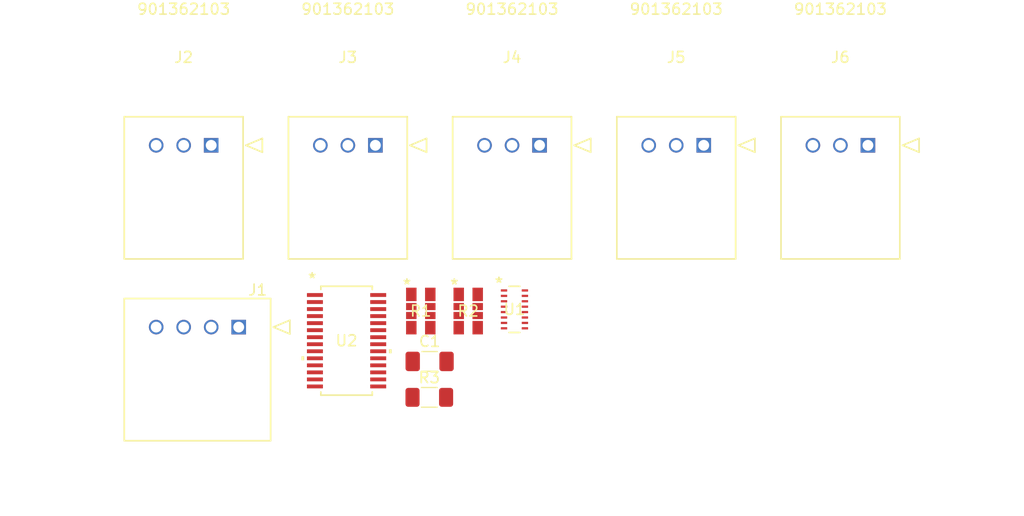
<source format=kicad_pcb>
(kicad_pcb (version 20240108) (generator "pcbnew") (generator_version "8.0")
  (layers (0 "F.Cu" signal) (31 "B.Cu" signal) (34 "B.Paste" user) (35 "F.Paste" user) (36 "B.SilkS" user "B.Silkscreen") (37 "F.SilkS" user "F.Silkscreen") (38 "B.Mask" user) (39 "F.Mask" user) (44 "Edge.Cuts" user))
  (net 0 "")
  (net 1 "5V")
  (net 2 "GND")
  (net 3 "H7_I2C0_SDA")
  (net 4 "H7_I2C0_SCL")
  (net 5 "PWM0")
  (net 6 "PWM1")
  (net 7 "PWM2")
  (net 8 "PWM3")
  (net 9 "PWM4")
  (net 10 "Net-(U2-LED0)")
  (net 11 "Net-(U2-LED1)")
  (net 12 "Net-(U2-LED2)")
  (net 13 "Net-(U2-LED3)")
  (net 14 "Net-(U2-LED4)")
  (net 15 "PWM5")
  (net 16 "PWM6")
  (net 17 "Net-(U2-LED5)")
  (net 18 "Net-(U2-LED6)")
  (net 19 "PWM7")
  (net 20 "Net-(U2-LED7)")
  (net 21 "Net-(U2-*OE)")
  (net 23 "Net-(U2-A4)")
  (net 24 "Net-(U2-A3)")
  (net 27 "Net-(U2-A1)")
  (net 29 "Net-(U2-A0)")
  (net 30 "Net-(U2-A5)")
  (net 31 "Net-(U2-A2)")
  (footprint "avid_footprints:RES_YC248_4X1P6_YAG" (layer "F.Cu") (at 117.947949 89.533301)
    (property "Reference" "U1" (at 0 0 0) (layer "F.SilkS"))
    (property "Value" "YC248-JR-0710KL")
    (fp_line (start -0.496489 -2.1336) (end 0.496489 -2.1336) (stroke (width 0.1524)) (layer "F.SilkS"))
    (fp_line (start -0.496489 2.1336) (end 0.496489 2.1336) (stroke (width 0.1524)) (layer "F.SilkS"))
    (fp_text user "*" (at -1.4351 -2.4104 0) (layer "F.SilkS"))
    (fp_text user "*" (at -1.4351 -2.4104 0) (layer "F.SilkS"))
    (pad "1" smd rect (at -0.9652 -1.749999) (size 0.5842 0.2032) (layers "F.Cu" "F.Paste" "F.Mask"))
    (pad "2" smd rect (at -0.9652 -1.25) (size 0.5842 0.2032) (layers "F.Cu" "F.Paste" "F.Mask"))
    (pad "3" smd rect (at -0.9652 -0.750001) (size 0.5842 0.2032) (layers "F.Cu" "F.Paste" "F.Mask") (net 2 "GND"))
    (pad "4" smd rect (at -0.9652 -0.25) (size 0.5842 0.2032) (layers "F.Cu" "F.Paste" "F.Mask") (net 2 "GND"))
    (pad "5" smd rect (at -0.9652 0.25) (size 0.5842 0.2032) (layers "F.Cu" "F.Paste" "F.Mask") (net 2 "GND"))
    (pad "6" smd rect (at -0.9652 0.750001) (size 0.5842 0.2032) (layers "F.Cu" "F.Paste" "F.Mask") (net 2 "GND"))
    (pad "7" smd rect (at -0.9652 1.25) (size 0.5842 0.2032) (layers "F.Cu" "F.Paste" "F.Mask") (net 2 "GND"))
    (pad "8" smd rect (at -0.9652 1.749999) (size 0.5842 0.2032) (layers "F.Cu" "F.Paste" "F.Mask") (net 2 "GND"))
    (pad "9" smd rect (at 0.9652 1.749999) (size 0.5842 0.2032) (layers "F.Cu" "F.Paste" "F.Mask") (net 30 "Net-(U2-A5)"))
    (pad "10" smd rect (at 0.9652 1.25) (size 0.5842 0.2032) (layers "F.Cu" "F.Paste" "F.Mask") (net 23 "Net-(U2-A4)"))
    (pad "11" smd rect (at 0.9652 0.750001) (size 0.5842 0.2032) (layers "F.Cu" "F.Paste" "F.Mask") (net 24 "Net-(U2-A3)"))
    (pad "12" smd rect (at 0.9652 0.25) (size 0.5842 0.2032) (layers "F.Cu" "F.Paste" "F.Mask") (net 31 "Net-(U2-A2)"))
    (pad "13" smd rect (at 0.9652 -0.25) (size 0.5842 0.2032) (layers "F.Cu" "F.Paste" "F.Mask") (net 27 "Net-(U2-A1)"))
    (pad "14" smd rect (at 0.9652 -0.750001) (size 0.5842 0.2032) (layers "F.Cu" "F.Paste" "F.Mask") (net 29 "Net-(U2-A0)"))
    (pad "15" smd rect (at 0.9652 -1.25) (size 0.5842 0.2032) (layers "F.Cu" "F.Paste" "F.Mask"))
    (pad "16" smd rect (at 0.9652 -1.749999) (size 0.5842 0.2032) (layers "F.Cu" "F.Paste" "F.Mask"))
  )
  (footprint "avid_footprints:CAY16_221J4LF" (layer "F.Cu") (at 113.677749 89.685701)
    (property "Reference" "R2" (at 0 0 0) (layer "F.SilkS"))
    (property "Value" "CAY16-221J4LF")
    (fp_text user "*" (at -1.2827 -2.413 0) (layer "F.SilkS"))
    (fp_text user "*" (at -1.2827 -2.413 0) (layer "F.SilkS"))
    (pad "1" smd rect (at -0.8763 -1.5367) (size 0.9652 1.2446) (layers "F.Cu" "F.Paste" "F.Mask") (net 9 "PWM4"))
    (pad "2" smd rect (at -0.8763 -0.41529) (size 0.9652 0.6604) (layers "F.Cu" "F.Paste" "F.Mask") (net 15 "PWM5"))
    (pad "3" smd rect (at -0.8763 0.41402) (size 0.9652 0.6604) (layers "F.Cu" "F.Paste" "F.Mask") (net 16 "PWM6"))
    (pad "4" smd rect (at -0.8763 1.5367) (size 0.9652 1.2446) (layers "F.Cu" "F.Paste" "F.Mask") (net 19 "PWM7"))
    (pad "5" smd rect (at 0.8763 1.5367) (size 0.9652 1.2446) (layers "F.Cu" "F.Paste" "F.Mask") (net 20 "Net-(U2-LED7)"))
    (pad "6" smd rect (at 0.8763 0.41529) (size 0.9652 0.6604) (layers "F.Cu" "F.Paste" "F.Mask") (net 18 "Net-(U2-LED6)"))
    (pad "7" smd rect (at 0.8763 -0.41402) (size 0.9652 0.6604) (layers "F.Cu" "F.Paste" "F.Mask") (net 17 "Net-(U2-LED5)"))
    (pad "8" smd rect (at 0.8763 -1.5367) (size 0.9652 1.2446) (layers "F.Cu" "F.Paste" "F.Mask") (net 14 "Net-(U2-LED4)"))
  )
  (footprint "avid_footprints:901362103" (layer "F.Cu") (at 150.579649 74.370001)
    (property "Reference" "J6" (at -2.539997 -8.128 0) (layer "F.SilkS"))
    (property "Value" "901362103")
    (fp_line (start -8.024988 -2.64) (end -8.024988 10.499999) (stroke (width 0.1524)) (layer "F.SilkS"))
    (fp_line (start -8.024988 10.499999) (end 2.94499 10.499999) (stroke (width 0.1524)) (layer "F.SilkS"))
    (fp_line (start 2.94499 -2.64) (end -8.024988 -2.64) (stroke (width 0.1524)) (layer "F.SilkS"))
    (fp_line (start 2.94499 10.499999) (end 2.94499 -2.64) (stroke (width 0.1524)) (layer "F.SilkS"))
    (fp_line (start 3.19899 0) (end 4.72299 -0.635) (stroke (width 0.1524)) (layer "F.SilkS"))
    (fp_line (start 4.72299 -0.635) (end 4.72299 0.635) (stroke (width 0.1524)) (layer "F.SilkS"))
    (fp_line (start 4.72299 0.635) (end 3.19899 0) (stroke (width 0.1524)) (layer "F.SilkS"))
    (fp_text user "901362103" (at -2.539997 -12.58 0) (layer "F.SilkS"))
    (pad "1" thru_hole rect (at 0 0) (size 1.35 1.35) (drill 1) (layers "*.Cu" "*.Mask") (net 9 "PWM4"))
    (pad "2" thru_hole circle (at -2.54 0) (size 1.35 1.35) (drill 1) (layers "*.Cu" "*.Mask") (net 1 "5V"))
    (pad "3" thru_hole circle (at -5.08 0) (size 1.35 1.35) (drill 1) (layers "*.Cu" "*.Mask") (net 2 "GND"))
  )
  (footprint "avid_footprints:SOT361-1_NXP" (layer "F.Cu") (at 102.446049 92.428901)
    (property "Reference" "U2" (at 0 0 0) (layer "F.SilkS"))
    (property "Value" "PCA9685PW")
    (fp_line (start -2.3749 -5.0292) (end -2.3749 -4.73554) (stroke (width 0.1524)) (layer "F.SilkS"))
    (fp_line (start -2.3749 4.735538) (end -2.3749 5.0292) (stroke (width 0.1524)) (layer "F.SilkS"))
    (fp_line (start -2.3749 5.0292) (end 2.3749 5.0292) (stroke (width 0.1524)) (layer "F.SilkS"))
    (fp_line (start 2.3749 -5.0292) (end -2.3749 -5.0292) (stroke (width 0.1524)) (layer "F.SilkS"))
    (fp_line (start 2.3749 -4.73554) (end 2.3749 -5.0292) (stroke (width 0.1524)) (layer "F.SilkS"))
    (fp_line (start 2.3749 5.0292) (end 2.3749 4.73554) (stroke (width 0.1524)) (layer "F.SilkS"))
    (fp_poly (pts (xy -4.1656 1.434498) (xy -4.1656 1.815498) (xy -3.9116 1.815498) (xy -3.9116 1.434498)) (fill solid) (layer "F.SilkS"))
    (fp_poly (pts (xy 4.1656 0.784499) (xy 4.1656 1.165499) (xy 3.9116 1.165499) (xy 3.9116 0.784499)) (fill solid) (layer "F.SilkS"))
    (fp_text user "*" (at -3.175 -5.7236 0) (layer "F.SilkS"))
    (fp_text user "*" (at -3.175 -5.7236 0) (layer "F.SilkS"))
    (pad "1" smd rect (at -2.921 -4.225) (size 1.4732 0.3556) (layers "F.Cu" "F.Paste" "F.Mask") (net 29 "Net-(U2-A0)"))
    (pad "2" smd rect (at -2.921 -3.574999) (size 1.4732 0.3556) (layers "F.Cu" "F.Paste" "F.Mask") (net 27 "Net-(U2-A1)"))
    (pad "3" smd rect (at -2.921 -2.925) (size 1.4732 0.3556) (layers "F.Cu" "F.Paste" "F.Mask") (net 31 "Net-(U2-A2)"))
    (pad "4" smd rect (at -2.921 -2.274999) (size 1.4732 0.3556) (layers "F.Cu" "F.Paste" "F.Mask") (net 24 "Net-(U2-A3)"))
    (pad "5" smd rect (at -2.921 -1.625001) (size 1.4732 0.3556) (layers "F.Cu" "F.Paste" "F.Mask") (net 23 "Net-(U2-A4)"))
    (pad "6" smd rect (at -2.921 -0.974999) (size 1.4732 0.3556) (layers "F.Cu" "F.Paste" "F.Mask") (net 10 "Net-(U2-LED0)"))
    (pad "7" smd rect (at -2.921 -0.325001) (size 1.4732 0.3556) (layers "F.Cu" "F.Paste" "F.Mask") (net 11 "Net-(U2-LED1)"))
    (pad "8" smd rect (at -2.921 0.324998) (size 1.4732 0.3556) (layers "F.Cu" "F.Paste" "F.Mask") (net 12 "Net-(U2-LED2)"))
    (pad "9" smd rect (at -2.921 0.974999) (size 1.4732 0.3556) (layers "F.Cu" "F.Paste" "F.Mask") (net 13 "Net-(U2-LED3)"))
    (pad "10" smd rect (at -2.921 1.624998) (size 1.4732 0.3556) (layers "F.Cu" "F.Paste" "F.Mask") (net 14 "Net-(U2-LED4)"))
    (pad "11" smd rect (at -2.921 2.274999) (size 1.4732 0.3556) (layers "F.Cu" "F.Paste" "F.Mask") (net 17 "Net-(U2-LED5)"))
    (pad "12" smd rect (at -2.921 2.924998) (size 1.4732 0.3556) (layers "F.Cu" "F.Paste" "F.Mask") (net 18 "Net-(U2-LED6)"))
    (pad "13" smd rect (at -2.921 3.574999) (size 1.4732 0.3556) (layers "F.Cu" "F.Paste" "F.Mask") (net 20 "Net-(U2-LED7)"))
    (pad "14" smd rect (at -2.921 4.224998) (size 1.4732 0.3556) (layers "F.Cu" "F.Paste" "F.Mask") (net 2 "GND"))
    (pad "15" smd rect (at 2.921 4.225) (size 1.4732 0.3556) (layers "F.Cu" "F.Paste" "F.Mask"))
    (pad "16" smd rect (at 2.921 3.574999) (size 1.4732 0.3556) (layers "F.Cu" "F.Paste" "F.Mask"))
    (pad "17" smd rect (at 2.921 2.925) (size 1.4732 0.3556) (layers "F.Cu" "F.Paste" "F.Mask"))
    (pad "18" smd rect (at 2.921 2.274999) (size 1.4732 0.3556) (layers "F.Cu" "F.Paste" "F.Mask"))
    (pad "19" smd rect (at 2.921 1.625001) (size 1.4732 0.3556) (layers "F.Cu" "F.Paste" "F.Mask"))
    (pad "20" smd rect (at 2.921 0.974999) (size 1.4732 0.3556) (layers "F.Cu" "F.Paste" "F.Mask"))
    (pad "21" smd rect (at 2.921 0.325001) (size 1.4732 0.3556) (layers "F.Cu" "F.Paste" "F.Mask"))
    (pad "22" smd rect (at 2.921 -0.325001) (size 1.4732 0.3556) (layers "F.Cu" "F.Paste" "F.Mask"))
    (pad "23" smd rect (at 2.921 -0.974999) (size 1.4732 0.3556) (layers "F.Cu" "F.Paste" "F.Mask") (net 21 "Net-(U2-*OE)"))
    (pad "24" smd rect (at 2.921 -1.625001) (size 1.4732 0.3556) (layers "F.Cu" "F.Paste" "F.Mask") (net 30 "Net-(U2-A5)"))
    (pad "25" smd rect (at 2.921 -2.274999) (size 1.4732 0.3556) (layers "F.Cu" "F.Paste" "F.Mask") (net 2 "GND"))
    (pad "26" smd rect (at 2.921 -2.925) (size 1.4732 0.3556) (layers "F.Cu" "F.Paste" "F.Mask") (net 4 "H7_I2C0_SCL"))
    (pad "27" smd rect (at 2.921 -3.574999) (size 1.4732 0.3556) (layers "F.Cu" "F.Paste" "F.Mask") (net 3 "H7_I2C0_SDA"))
    (pad "28" smd rect (at 2.921 -4.225) (size 1.4732 0.3556) (layers "F.Cu" "F.Paste" "F.Mask") (net 1 "5V"))
  )
  (footprint "avid_footprints:901362103" (layer "F.Cu") (at 135.421971 74.370001)
    (property "Reference" "J5" (at -2.539997 -8.128 0) (layer "F.SilkS"))
    (property "Value" "901362103")
    (fp_line (start -8.024988 -2.64) (end -8.024988 10.499999) (stroke (width 0.1524)) (layer "F.SilkS"))
    (fp_line (start -8.024988 10.499999) (end 2.94499 10.499999) (stroke (width 0.1524)) (layer "F.SilkS"))
    (fp_line (start 2.94499 -2.64) (end -8.024988 -2.64) (stroke (width 0.1524)) (layer "F.SilkS"))
    (fp_line (start 2.94499 10.499999) (end 2.94499 -2.64) (stroke (width 0.1524)) (layer "F.SilkS"))
    (fp_line (start 3.19899 0) (end 4.72299 -0.635) (stroke (width 0.1524)) (layer "F.SilkS"))
    (fp_line (start 4.72299 -0.635) (end 4.72299 0.635) (stroke (width 0.1524)) (layer "F.SilkS"))
    (fp_line (start 4.72299 0.635) (end 3.19899 0) (stroke (width 0.1524)) (layer "F.SilkS"))
    (fp_text user "901362103" (at -2.539997 -12.58 0) (layer "F.SilkS"))
    (pad "1" thru_hole rect (at 0 0) (size 1.35 1.35) (drill 1) (layers "*.Cu" "*.Mask") (net 8 "PWM3"))
    (pad "2" thru_hole circle (at -2.54 0) (size 1.35 1.35) (drill 1) (layers "*.Cu" "*.Mask") (net 1 "5V"))
    (pad "3" thru_hole circle (at -5.08 0) (size 1.35 1.35) (drill 1) (layers "*.Cu" "*.Mask") (net 2 "GND"))
  )
  (footprint "Capacitor_SMD:C_1206_3216Metric_Pad1.33x1.80mm_HandSolder" (layer "F.Cu") (at 110.115449 94.341501)
    (property "Reference" "C1" (at 0 -1.85 0) (layer "F.SilkS"))
    (property "Value" "10uF")
    (fp_line (start -0.711252 -0.91) (end 0.711252 -0.91) (stroke (width 0.12)) (layer "F.SilkS"))
    (fp_line (start -0.711252 0.91) (end 0.711252 0.91) (stroke (width 0.12)) (layer "F.SilkS"))
    (pad "1" smd roundrect (at -1.5625 0) (size 1.325 1.8) (layers "F.Cu" "F.Paste" "F.Mask") (roundrect_rratio 0.188679) (net 1 "5V"))
    (pad "2" smd roundrect (at 1.5625 0) (size 1.325 1.8) (layers "F.Cu" "F.Paste" "F.Mask") (roundrect_rratio 0.188679) (net 2 "GND"))
  )
  (footprint "avid_footprints:901362103" (layer "F.Cu") (at 105.106615 74.370001)
    (property "Reference" "J3" (at -2.539997 -8.128 0) (layer "F.SilkS"))
    (property "Value" "901362103")
    (fp_line (start -8.024988 -2.64) (end -8.024988 10.499999) (stroke (width 0.1524)) (layer "F.SilkS"))
    (fp_line (start -8.024988 10.499999) (end 2.94499 10.499999) (stroke (width 0.1524)) (layer "F.SilkS"))
    (fp_line (start 2.94499 -2.64) (end -8.024988 -2.64) (stroke (width 0.1524)) (layer "F.SilkS"))
    (fp_line (start 2.94499 10.499999) (end 2.94499 -2.64) (stroke (width 0.1524)) (layer "F.SilkS"))
    (fp_line (start 3.19899 0) (end 4.72299 -0.635) (stroke (width 0.1524)) (layer "F.SilkS"))
    (fp_line (start 4.72299 -0.635) (end 4.72299 0.635) (stroke (width 0.1524)) (layer "F.SilkS"))
    (fp_line (start 4.72299 0.635) (end 3.19899 0) (stroke (width 0.1524)) (layer "F.SilkS"))
    (fp_text user "901362103" (at -2.539997 -12.58 0) (layer "F.SilkS"))
    (pad "1" thru_hole rect (at 0 0) (size 1.35 1.35) (drill 1) (layers "*.Cu" "*.Mask") (net 6 "PWM1"))
    (pad "2" thru_hole circle (at -2.54 0) (size 1.35 1.35) (drill 1) (layers "*.Cu" "*.Mask") (net 1 "5V"))
    (pad "3" thru_hole circle (at -5.08 0) (size 1.35 1.35) (drill 1) (layers "*.Cu" "*.Mask") (net 2 "GND"))
  )
  (footprint "avid_footprints:CAY16_221J4LF" (layer "F.Cu") (at 109.299549 89.685701)
    (property "Reference" "R1" (at 0 0 0) (layer "F.SilkS"))
    (property "Value" "CAY16-221J4LF")
    (fp_text user "*" (at -1.2827 -2.413 0) (layer "F.SilkS"))
    (fp_text user "*" (at -1.2827 -2.413 0) (layer "F.SilkS"))
    (pad "1" smd rect (at -0.8763 -1.5367) (size 0.9652 1.2446) (layers "F.Cu" "F.Paste" "F.Mask") (net 5 "PWM0"))
    (pad "2" smd rect (at -0.8763 -0.41529) (size 0.9652 0.6604) (layers "F.Cu" "F.Paste" "F.Mask") (net 6 "PWM1"))
    (pad "3" smd rect (at -0.8763 0.41402) (size 0.9652 0.6604) (layers "F.Cu" "F.Paste" "F.Mask") (net 7 "PWM2"))
    (pad "4" smd rect (at -0.8763 1.5367) (size 0.9652 1.2446) (layers "F.Cu" "F.Paste" "F.Mask") (net 8 "PWM3"))
    (pad "5" smd rect (at 0.8763 1.5367) (size 0.9652 1.2446) (layers "F.Cu" "F.Paste" "F.Mask") (net 13 "Net-(U2-LED3)"))
    (pad "6" smd rect (at 0.8763 0.41529) (size 0.9652 0.6604) (layers "F.Cu" "F.Paste" "F.Mask") (net 12 "Net-(U2-LED2)"))
    (pad "7" smd rect (at 0.8763 -0.41402) (size 0.9652 0.6604) (layers "F.Cu" "F.Paste" "F.Mask") (net 11 "Net-(U2-LED1)"))
    (pad "8" smd rect (at 0.8763 -1.5367) (size 0.9652 1.2446) (layers "F.Cu" "F.Paste" "F.Mask") (net 10 "Net-(U2-LED0)"))
  )
  (footprint "avid_footprints:901362103" (layer "F.Cu") (at 120.264293 74.370001)
    (property "Reference" "J4" (at -2.539997 -8.128 0) (layer "F.SilkS"))
    (property "Value" "901362103")
    (fp_line (start -8.024988 -2.64) (end -8.024988 10.499999) (stroke (width 0.1524)) (layer "F.SilkS"))
    (fp_line (start -8.024988 10.499999) (end 2.94499 10.499999) (stroke (width 0.1524)) (layer "F.SilkS"))
    (fp_line (start 2.94499 -2.64) (end -8.024988 -2.64) (stroke (width 0.1524)) (layer "F.SilkS"))
    (fp_line (start 2.94499 10.499999) (end 2.94499 -2.64) (stroke (width 0.1524)) (layer "F.SilkS"))
    (fp_line (start 3.19899 0) (end 4.72299 -0.635) (stroke (width 0.1524)) (layer "F.SilkS"))
    (fp_line (start 4.72299 -0.635) (end 4.72299 0.635) (stroke (width 0.1524)) (layer "F.SilkS"))
    (fp_line (start 4.72299 0.635) (end 3.19899 0) (stroke (width 0.1524)) (layer "F.SilkS"))
    (fp_text user "901362103" (at -2.539997 -12.58 0) (layer "F.SilkS"))
    (pad "1" thru_hole rect (at 0 0) (size 1.35 1.35) (drill 1) (layers "*.Cu" "*.Mask") (net 7 "PWM2"))
    (pad "2" thru_hole circle (at -2.54 0) (size 1.35 1.35) (drill 1) (layers "*.Cu" "*.Mask") (net 1 "5V"))
    (pad "3" thru_hole circle (at -5.08 0) (size 1.35 1.35) (drill 1) (layers "*.Cu" "*.Mask") (net 2 "GND"))
  )
  (footprint "Resistor_SMD:R_1206_3216Metric_Pad1.30x1.75mm_HandSolder" (layer "F.Cu") (at 110.085449 97.661501)
    (property "Reference" "R3" (at 0 -1.82 0) (layer "F.SilkS"))
    (property "Value" "10k")
    (fp_line (start -0.727064 -0.91) (end 0.727064 -0.91) (stroke (width 0.12)) (layer "F.SilkS"))
    (fp_line (start -0.727064 0.91) (end 0.727064 0.91) (stroke (width 0.12)) (layer "F.SilkS"))
    (pad "1" smd roundrect (at -1.55 0) (size 1.3 1.75) (layers "F.Cu" "F.Paste" "F.Mask") (roundrect_rratio 0.192308) (net 21 "Net-(U2-*OE)"))
    (pad "2" smd roundrect (at 1.55 0) (size 1.3 1.75) (layers "F.Cu" "F.Paste" "F.Mask") (roundrect_rratio 0.192308) (net 2 "GND"))
  )
  (footprint "avid_footprints:901362103" (layer "F.Cu") (at 89.948937 74.370001)
    (property "Reference" "J2" (at -2.539997 -8.128 0) (layer "F.SilkS"))
    (property "Value" "901362103")
    (fp_line (start -8.024988 -2.64) (end -8.024988 10.499999) (stroke (width 0.1524)) (layer "F.SilkS"))
    (fp_line (start -8.024988 10.499999) (end 2.94499 10.499999) (stroke (width 0.1524)) (layer "F.SilkS"))
    (fp_line (start 2.94499 -2.64) (end -8.024988 -2.64) (stroke (width 0.1524)) (layer "F.SilkS"))
    (fp_line (start 2.94499 10.499999) (end 2.94499 -2.64) (stroke (width 0.1524)) (layer "F.SilkS"))
    (fp_line (start 3.19899 0) (end 4.72299 -0.635) (stroke (width 0.1524)) (layer "F.SilkS"))
    (fp_line (start 4.72299 -0.635) (end 4.72299 0.635) (stroke (width 0.1524)) (layer "F.SilkS"))
    (fp_line (start 4.72299 0.635) (end 3.19899 0) (stroke (width 0.1524)) (layer "F.SilkS"))
    (fp_text user "901362103" (at -2.539997 -12.58 0) (layer "F.SilkS"))
    (pad "1" thru_hole rect (at 0 0) (size 1.35 1.35) (drill 1) (layers "*.Cu" "*.Mask") (net 5 "PWM0"))
    (pad "2" thru_hole circle (at -2.54 0) (size 1.35 1.35) (drill 1) (layers "*.Cu" "*.Mask") (net 1 "5V"))
    (pad "3" thru_hole circle (at -5.08 0) (size 1.35 1.35) (drill 1) (layers "*.Cu" "*.Mask") (net 2 "GND"))
  )
  (footprint "avid_footprints:901362104" (layer "F.Cu") (at 92.488934 91.170001)
    (property "Reference" "J1" (at 1.7526 -3.429 0) (layer "F.SilkS"))
    (property "Value" "901362104")
    (fp_line (start -10.564985 -2.64) (end -10.564985 10.499999) (stroke (width 0.1524)) (layer "F.SilkS"))
    (fp_line (start -10.564985 10.499999) (end 2.944988 10.499999) (stroke (width 0.1524)) (layer "F.SilkS"))
    (fp_line (start 2.944988 -2.64) (end -10.564985 -2.64) (stroke (width 0.1524)) (layer "F.SilkS"))
    (fp_line (start 2.944988 10.499999) (end 2.944988 -2.64) (stroke (width 0.1524)) (layer "F.SilkS"))
    (fp_line (start 3.198988 0) (end 4.722988 -0.635) (stroke (width 0.1524)) (layer "F.SilkS"))
    (fp_line (start 4.722988 -0.635) (end 4.722988 0.635) (stroke (width 0.1524)) (layer "F.SilkS"))
    (fp_line (start 4.722988 0.635) (end 3.198988 0) (stroke (width 0.1524)) (layer "F.SilkS"))
    (pad "1" thru_hole rect (at 0 0) (size 1.35 1.35) (drill 1) (layers "*.Cu" "*.Mask") (net 1 "5V"))
    (pad "2" thru_hole circle (at -2.54 0) (size 1.35 1.35) (drill 1) (layers "*.Cu" "*.Mask") (net 3 "H7_I2C0_SDA"))
    (pad "3" thru_hole circle (at -5.08 0) (size 1.35 1.35) (drill 1) (layers "*.Cu" "*.Mask") (net 4 "H7_I2C0_SCL"))
    (pad "4" thru_hole circle (at -7.62 0) (size 1.35 1.35) (drill 1) (layers "*.Cu" "*.Mask") (net 2 "GND"))
  )
)
</source>
